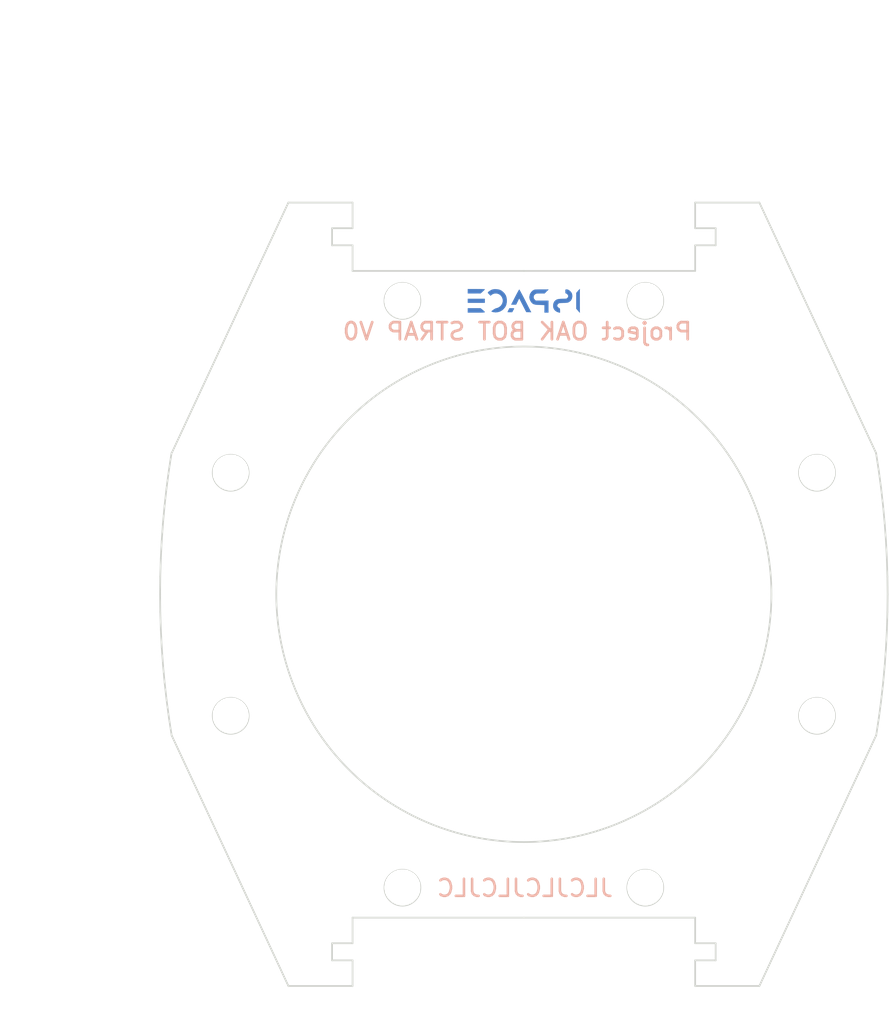
<source format=kicad_pcb>
(kicad_pcb (version 20171130) (host pcbnew "(5.1.6)-1")

  (general
    (thickness 1.6)
    (drawings 92)
    (tracks 0)
    (zones 0)
    (modules 15)
    (nets 1)
  )

  (page A4)
  (title_block
    (title "Project OAK BOT STRAP V0")
    (date 2025-07-05)
    (rev A)
    (company iSPACE)
  )

  (layers
    (0 F.Cu signal)
    (31 B.Cu signal)
    (32 B.Adhes user hide)
    (33 F.Adhes user hide)
    (34 B.Paste user hide)
    (35 F.Paste user hide)
    (36 B.SilkS user)
    (37 F.SilkS user)
    (38 B.Mask user)
    (39 F.Mask user hide)
    (40 Dwgs.User user hide)
    (41 Cmts.User user hide)
    (42 Eco1.User user)
    (43 Eco2.User user)
    (44 Edge.Cuts user)
    (45 Margin user)
    (46 B.CrtYd user hide)
    (47 F.CrtYd user hide)
    (48 B.Fab user hide)
    (49 F.Fab user hide)
  )

  (setup
    (last_trace_width 0.25)
    (user_trace_width 0.142)
    (user_trace_width 0.142)
    (user_trace_width 0.142)
    (user_trace_width 0.142)
    (user_trace_width 0.2)
    (user_trace_width 0.2)
    (user_trace_width 0.2)
    (user_trace_width 0.2)
    (trace_clearance 0.2)
    (zone_clearance 0.508)
    (zone_45_only no)
    (trace_min 0.2)
    (via_size 0.6)
    (via_drill 0.4)
    (via_min_size 0.4)
    (via_min_drill 0.3)
    (user_via 0.5 0.3)
    (user_via 0.5 0.3)
    (user_via 0.5 0.3)
    (user_via 0.5 0.3)
    (uvia_size 0.3)
    (uvia_drill 0.1)
    (uvias_allowed no)
    (uvia_min_size 0.2)
    (uvia_min_drill 0.1)
    (edge_width 0.15)
    (segment_width 0.2)
    (pcb_text_width 0.3)
    (pcb_text_size 1.5 1.5)
    (mod_edge_width 0.15)
    (mod_text_size 1 1)
    (mod_text_width 0.15)
    (pad_size 1.524 1.524)
    (pad_drill 0.762)
    (pad_to_mask_clearance 0.2)
    (aux_axis_origin 0 0)
    (grid_origin 70.4596 93.472)
    (visible_elements 7FFFFFFF)
    (pcbplotparams
      (layerselection 0x010f0_ffffffff)
      (usegerberextensions false)
      (usegerberattributes true)
      (usegerberadvancedattributes true)
      (creategerberjobfile true)
      (excludeedgelayer true)
      (linewidth 0.100000)
      (plotframeref false)
      (viasonmask false)
      (mode 1)
      (useauxorigin false)
      (hpglpennumber 1)
      (hpglpenspeed 20)
      (hpglpendiameter 15.000000)
      (psnegative false)
      (psa4output false)
      (plotreference true)
      (plotvalue true)
      (plotinvisibletext false)
      (padsonsilk false)
      (subtractmaskfromsilk false)
      (outputformat 1)
      (mirror false)
      (drillshape 0)
      (scaleselection 1)
      (outputdirectory "Project_OAK_BOT_STRAP_Gerber/"))
  )

  (net 0 "")

  (net_class Default "This is the default net class."
    (clearance 0.2)
    (trace_width 0.25)
    (via_dia 0.6)
    (via_drill 0.4)
    (uvia_dia 0.3)
    (uvia_drill 0.1)
  )

  (module MountingHole:MountingHole_2.1mm locked (layer F.Cu) (tedit 669FEB46) (tstamp 669FFFE0)
    (at 87.63 86.36)
    (descr "Mounting Hole 2.1mm, no annular")
    (tags "mounting hole 2.1mm no annular")
    (attr virtual)
    (fp_text reference REF** (at -3.556 -0.2794) (layer F.SilkS) hide
      (effects (font (size 1 1) (thickness 0.15)))
    )
    (fp_text value MountingHole_2.1mm (at 0 3.2) (layer F.Fab) hide
      (effects (font (size 1 1) (thickness 0.15)))
    )
    (fp_text user %R (at 0.3 0) (layer F.Fab)
      (effects (font (size 1 1) (thickness 0.15)))
    )
    (pad "" np_thru_hole circle (at 0 0) (size 2.1 2.1) (drill 2.1) (layers *.Cu *.Mask))
  )

  (module MountingHole:MountingHole_2.1mm locked (layer F.Cu) (tedit 669FEB46) (tstamp 669FFF7A)
    (at 87.63 100.584)
    (descr "Mounting Hole 2.1mm, no annular")
    (tags "mounting hole 2.1mm no annular")
    (attr virtual)
    (fp_text reference REF** (at -3.556 -0.2794) (layer F.SilkS) hide
      (effects (font (size 1 1) (thickness 0.15)))
    )
    (fp_text value MountingHole_2.1mm (at 0 3.2) (layer F.Fab) hide
      (effects (font (size 1 1) (thickness 0.15)))
    )
    (fp_text user %R (at 0.3 0) (layer F.Fab)
      (effects (font (size 1 1) (thickness 0.15)))
    )
    (pad "" np_thru_hole circle (at 0 0) (size 2.1 2.1) (drill 2.1) (layers *.Cu *.Mask))
  )

  (module MountingHole:MountingHole_2.1mm locked (layer F.Cu) (tedit 669FEB46) (tstamp 669FFF15)
    (at 77.5716 110.6424)
    (descr "Mounting Hole 2.1mm, no annular")
    (tags "mounting hole 2.1mm no annular")
    (attr virtual)
    (fp_text reference REF** (at -3.556 -0.2794) (layer F.SilkS) hide
      (effects (font (size 1 1) (thickness 0.15)))
    )
    (fp_text value MountingHole_2.1mm (at 0 3.2) (layer F.Fab) hide
      (effects (font (size 1 1) (thickness 0.15)))
    )
    (fp_text user %R (at 0.3 0) (layer F.Fab)
      (effects (font (size 1 1) (thickness 0.15)))
    )
    (pad "" np_thru_hole circle (at 0 0) (size 2.1 2.1) (drill 2.1) (layers *.Cu *.Mask))
  )

  (module MountingHole:MountingHole_2.1mm locked (layer F.Cu) (tedit 669FEB46) (tstamp 669FFE63)
    (at 63.3476 110.6424)
    (descr "Mounting Hole 2.1mm, no annular")
    (tags "mounting hole 2.1mm no annular")
    (attr virtual)
    (fp_text reference REF** (at -3.556 -0.2794) (layer F.SilkS) hide
      (effects (font (size 1 1) (thickness 0.15)))
    )
    (fp_text value MountingHole_2.1mm (at 0 3.2) (layer F.Fab) hide
      (effects (font (size 1 1) (thickness 0.15)))
    )
    (fp_text user %R (at 0.3 0) (layer F.Fab)
      (effects (font (size 1 1) (thickness 0.15)))
    )
    (pad "" np_thru_hole circle (at 0 0) (size 2.1 2.1) (drill 2.1) (layers *.Cu *.Mask))
  )

  (module MountingHole:MountingHole_2.1mm locked (layer F.Cu) (tedit 669FEB46) (tstamp 669FFD72)
    (at 53.2892 100.584)
    (descr "Mounting Hole 2.1mm, no annular")
    (tags "mounting hole 2.1mm no annular")
    (attr virtual)
    (fp_text reference REF** (at -3.556 -0.2794) (layer F.SilkS) hide
      (effects (font (size 1 1) (thickness 0.15)))
    )
    (fp_text value MountingHole_2.1mm (at 0 3.2) (layer F.Fab) hide
      (effects (font (size 1 1) (thickness 0.15)))
    )
    (fp_text user %R (at 0.3 0) (layer F.Fab)
      (effects (font (size 1 1) (thickness 0.15)))
    )
    (pad "" np_thru_hole circle (at 0 0) (size 2.1 2.1) (drill 2.1) (layers *.Cu *.Mask))
  )

  (module MountingHole:MountingHole_2.1mm locked (layer F.Cu) (tedit 669FEB46) (tstamp 669FFC7E)
    (at 53.2892 86.36)
    (descr "Mounting Hole 2.1mm, no annular")
    (tags "mounting hole 2.1mm no annular")
    (attr virtual)
    (fp_text reference REF** (at -3.556 -0.2794) (layer F.SilkS) hide
      (effects (font (size 1 1) (thickness 0.15)))
    )
    (fp_text value MountingHole_2.1mm (at 0 3.2) (layer F.Fab) hide
      (effects (font (size 1 1) (thickness 0.15)))
    )
    (fp_text user %R (at 0.3 0) (layer F.Fab)
      (effects (font (size 1 1) (thickness 0.15)))
    )
    (pad "" np_thru_hole circle (at 0 0) (size 2.1 2.1) (drill 2.1) (layers *.Cu *.Mask))
  )

  (module MountingHole:MountingHole_2.1mm locked (layer F.Cu) (tedit 669FEB46) (tstamp 669FFB63)
    (at 63.3476 76.3016)
    (descr "Mounting Hole 2.1mm, no annular")
    (tags "mounting hole 2.1mm no annular")
    (attr virtual)
    (fp_text reference REF** (at -3.556 -0.2794) (layer F.SilkS) hide
      (effects (font (size 1 1) (thickness 0.15)))
    )
    (fp_text value MountingHole_2.1mm (at 0 3.2) (layer F.Fab) hide
      (effects (font (size 1 1) (thickness 0.15)))
    )
    (fp_text user %R (at 0.3 0) (layer F.Fab)
      (effects (font (size 1 1) (thickness 0.15)))
    )
    (pad "" np_thru_hole circle (at 0 0) (size 2.1 2.1) (drill 2.1) (layers *.Cu *.Mask))
  )

  (module MountingHole:MountingHole_2.1mm locked (layer F.Cu) (tedit 669FEB46) (tstamp 669FF359)
    (at 77.5716 76.3016)
    (descr "Mounting Hole 2.1mm, no annular")
    (tags "mounting hole 2.1mm no annular")
    (attr virtual)
    (fp_text reference REF** (at -3.556 -0.2794) (layer F.SilkS) hide
      (effects (font (size 1 1) (thickness 0.15)))
    )
    (fp_text value MountingHole_2.1mm (at 0 3.2) (layer F.Fab) hide
      (effects (font (size 1 1) (thickness 0.15)))
    )
    (fp_text user %R (at 0.3 0) (layer F.Fab)
      (effects (font (size 1 1) (thickness 0.15)))
    )
    (pad "" np_thru_hole circle (at 0 0) (size 2.1 2.1) (drill 2.1) (layers *.Cu *.Mask))
  )

  (module LOGO (layer B.Cu) (tedit 0) (tstamp 0)
    (at 70.4596 76.3778 180)
    (fp_text reference G*** (at 0 0) (layer B.SilkS) hide
      (effects (font (size 1.524 1.524) (thickness 0.3)) (justify mirror))
    )
    (fp_text value LOGO (at 0.75 0) (layer B.SilkS) hide
      (effects (font (size 1.524 1.524) (thickness 0.3)) (justify mirror))
    )
  )

  (module LOGO (layer B.Cu) (tedit 0) (tstamp 0)
    (at 70.4596 76.3778 180)
    (fp_text reference G*** (at 0 0) (layer B.SilkS) hide
      (effects (font (size 1.524 1.524) (thickness 0.3)) (justify mirror))
    )
    (fp_text value LOGO (at 0.75 0) (layer B.SilkS) hide
      (effects (font (size 1.524 1.524) (thickness 0.3)) (justify mirror))
    )
  )

  (module LOGO (layer B.Cu) (tedit 0) (tstamp 0)
    (at 70.4596 76.3016 180)
    (fp_text reference G*** (at 0 0) (layer B.SilkS) hide
      (effects (font (size 1.524 1.524) (thickness 0.3)) (justify mirror))
    )
    (fp_text value LOGO (at 0.75 0) (layer B.SilkS) hide
      (effects (font (size 1.524 1.524) (thickness 0.3)) (justify mirror))
    )
    (fp_poly (pts (xy 3.280833 0.402167) (xy 2.513822 0.402167) (xy 2.362869 0.549979) (xy 2.211917 0.69779)
      (xy 3.280833 0.6985) (xy 3.280833 0.402167)) (layer B.Mask) (width 0.01))
    (fp_poly (pts (xy 3.280833 -0.169333) (xy 2.264833 -0.169333) (xy 2.264833 0.148167) (xy 3.280833 0.148167)
      (xy 3.280833 -0.169333)) (layer B.Mask) (width 0.01))
    (fp_poly (pts (xy 3.280833 -0.719666) (xy 2.772833 -0.719666) (xy 2.613266 -0.719502) (xy 2.49107 -0.718755)
      (xy 2.401283 -0.717041) (xy 2.338944 -0.71398) (xy 2.299092 -0.709188) (xy 2.276763 -0.702282)
      (xy 2.266998 -0.692881) (xy 2.264833 -0.680602) (xy 2.264833 -0.680507) (xy 2.28002 -0.648671)
      (xy 2.320224 -0.59988) (xy 2.377411 -0.543633) (xy 2.390162 -0.53234) (xy 2.515491 -0.423333)
      (xy 3.280833 -0.423333) (xy 3.280833 -0.719666)) (layer B.Mask) (width 0.01))
    (fp_poly (pts (xy 1.812043 0.680165) (xy 1.952642 0.624404) (xy 2.057679 0.550019) (xy 2.148417 0.468486)
      (xy 2.048784 0.367723) (xy 1.994943 0.314792) (xy 1.960976 0.288289) (xy 1.937703 0.283854)
      (xy 1.915943 0.297124) (xy 1.910426 0.302006) (xy 1.835338 0.350533) (xy 1.739733 0.386513)
      (xy 1.645169 0.402043) (xy 1.637196 0.402167) (xy 1.526736 0.382303) (xy 1.422452 0.32777)
      (xy 1.333036 0.246159) (xy 1.267181 0.145059) (xy 1.236784 0.05255) (xy 1.23657 -0.056745)
      (xy 1.27238 -0.164122) (xy 1.338352 -0.261504) (xy 1.428628 -0.34082) (xy 1.537347 -0.393996)
      (xy 1.566944 -0.402313) (xy 1.626214 -0.423115) (xy 1.699359 -0.458062) (xy 1.776946 -0.501363)
      (xy 1.849543 -0.547229) (xy 1.907718 -0.589869) (xy 1.942039 -0.623493) (xy 1.947333 -0.635816)
      (xy 1.928315 -0.653593) (xy 1.879102 -0.673829) (xy 1.811457 -0.693348) (xy 1.737142 -0.708977)
      (xy 1.667919 -0.717542) (xy 1.641866 -0.71825) (xy 1.561558 -0.710255) (xy 1.479474 -0.692596)
      (xy 1.471083 -0.690058) (xy 1.356503 -0.645969) (xy 1.264672 -0.58935) (xy 1.177415 -0.508426)
      (xy 1.157828 -0.487083) (xy 1.071813 -0.371268) (xy 1.016912 -0.245695) (xy 0.989673 -0.100409)
      (xy 0.985169 0.010584) (xy 1.004147 0.187333) (xy 1.059133 0.342921) (xy 1.149077 0.475597)
      (xy 1.272925 0.583608) (xy 1.35937 0.634009) (xy 1.506927 0.685987) (xy 1.660645 0.701031)
      (xy 1.812043 0.680165)) (layer B.Mask) (width 0.01))
    (fp_poly (pts (xy 0.92679 -0.561317) (xy 0.959971 -0.629906) (xy 0.984194 -0.682457) (xy 0.994716 -0.708646)
      (xy 0.994833 -0.709484) (xy 0.975418 -0.714415) (xy 0.924172 -0.718031) (xy 0.851591 -0.719641)
      (xy 0.840626 -0.719666) (xy 0.686419 -0.719666) (xy 0.618376 -0.581682) (xy 0.585195 -0.513093)
      (xy 0.560973 -0.460542) (xy 0.550451 -0.434353) (xy 0.550333 -0.433515) (xy 0.569748 -0.428584)
      (xy 0.620994 -0.424968) (xy 0.693575 -0.423358) (xy 0.70454 -0.423333) (xy 0.858747 -0.423333)
      (xy 0.92679 -0.561317)) (layer B.Mask) (width 0.01))
    (fp_poly (pts (xy 0.28662 0.668673) (xy 0.290775 0.66401) (xy 0.307408 0.635863) (xy 0.33893 0.577543)
      (xy 0.382102 0.495427) (xy 0.433687 0.395887) (xy 0.490446 0.285298) (xy 0.54914 0.170035)
      (xy 0.606532 0.056472) (xy 0.659382 -0.049017) (xy 0.704454 -0.140058) (xy 0.738507 -0.210276)
      (xy 0.758305 -0.253296) (xy 0.762 -0.263547) (xy 0.742587 -0.269176) (xy 0.691349 -0.273304)
      (xy 0.618789 -0.275138) (xy 0.607967 -0.275166) (xy 0.453934 -0.275166) (xy 0.271826 0.092024)
      (xy 0.176158 -0.086279) (xy 0.125098 -0.182768) (xy 0.064239 -0.299764) (xy 0.002601 -0.419853)
      (xy -0.034016 -0.492125) (xy -0.14852 -0.719666) (xy -0.29651 -0.719666) (xy -0.372298 -0.716872)
      (xy -0.424786 -0.709393) (xy -0.4445 -0.698581) (xy -0.4445 -0.698533) (xy -0.435172 -0.675463)
      (xy -0.40862 -0.619084) (xy -0.366992 -0.533726) (xy -0.312436 -0.423722) (xy -0.247101 -0.293402)
      (xy -0.173135 -0.147098) (xy -0.092686 0.01086) (xy -0.09154 0.013101) (xy 0.000637 0.193048)
      (xy 0.075736 0.33849) (xy 0.1357 0.452739) (xy 0.182476 0.539108) (xy 0.218008 0.600908)
      (xy 0.244244 0.641452) (xy 0.263127 0.664053) (xy 0.276604 0.672023) (xy 0.28662 0.668673)) (layer B.Mask) (width 0.01))
    (fp_poly (pts (xy -1.077227 0.694804) (xy -0.930814 0.692251) (xy -0.820062 0.689399) (xy -0.738299 0.685489)
      (xy -0.678855 0.679763) (xy -0.635059 0.671462) (xy -0.600241 0.659828) (xy -0.56773 0.644103)
      (xy -0.551201 0.635) (xy -0.452247 0.556726) (xy -0.379417 0.452777) (xy -0.334113 0.331848)
      (xy -0.317739 0.202629) (xy -0.331697 0.073812) (xy -0.377391 -0.045909) (xy -0.429334 -0.120017)
      (xy -0.489269 -0.179929) (xy -0.552875 -0.222612) (xy -0.628688 -0.250724) (xy -0.725245 -0.266924)
      (xy -0.851082 -0.27387) (xy -0.926042 -0.274701) (xy -1.185333 -0.275166) (xy -1.185333 -0.719666)
      (xy -1.439333 -0.719666) (xy -1.439333 0.021167) (xy -1.088058 0.021167) (xy -0.937388 0.022454)
      (xy -0.823025 0.027387) (xy -0.738991 0.037572) (xy -0.67931 0.054615) (xy -0.638004 0.080125)
      (xy -0.609096 0.115706) (xy -0.589793 0.155106) (xy -0.574913 0.209715) (xy -0.586564 0.25728)
      (xy -0.594616 0.27278) (xy -0.634718 0.325384) (xy -0.691695 0.362615) (xy -0.771938 0.386474)
      (xy -0.881834 0.398962) (xy -1.007627 0.402134) (xy -1.24267 0.402167) (xy -1.37577 0.551929)
      (xy -1.50887 0.701689) (xy -1.077227 0.694804)) (layer B.Mask) (width 0.01))
    (fp_poly (pts (xy -2.434167 0.552025) (xy -2.435931 0.47029) (xy -2.442624 0.421477) (xy -2.456346 0.396271)
      (xy -2.471208 0.387702) (xy -2.540574 0.347755) (xy -2.575779 0.294138) (xy -2.574756 0.234951)
      (xy -2.535437 0.178294) (xy -2.526562 0.17087) (xy -2.496363 0.151071) (xy -2.459901 0.138226)
      (xy -2.407775 0.130896) (xy -2.330588 0.12764) (xy -2.240132 0.127) (xy -2.108374 0.124157)
      (xy -2.009565 0.113751) (xy -1.934587 0.092973) (xy -1.874325 0.059012) (xy -1.819661 0.009056)
      (xy -1.805018 -0.007152) (xy -1.73479 -0.11818) (xy -1.701742 -0.245938) (xy -1.703898 -0.359694)
      (xy -1.739308 -0.482939) (xy -1.805427 -0.586362) (xy -1.89615 -0.663569) (xy -2.00537 -0.708168)
      (xy -2.042719 -0.714451) (xy -2.137833 -0.725172) (xy -2.137833 -0.574252) (xy -2.136731 -0.495518)
      (xy -2.131746 -0.450117) (xy -2.12036 -0.429074) (xy -2.100054 -0.423412) (xy -2.0955 -0.423333)
      (xy -2.049422 -0.408967) (xy -2.010833 -0.381) (xy -1.979121 -0.334921) (xy -1.9685 -0.296333)
      (xy -1.982866 -0.250254) (xy -2.010833 -0.211666) (xy -2.035529 -0.19212) (xy -2.068617 -0.179614)
      (xy -2.119298 -0.172639) (xy -2.196776 -0.16969) (xy -2.270125 -0.169215) (xy -2.372353 -0.166848)
      (xy -2.468274 -0.16059) (xy -2.543796 -0.151538) (xy -2.57175 -0.145707) (xy -2.670618 -0.097726)
      (xy -2.754584 -0.017178) (xy -2.815528 0.086718) (xy -2.837575 0.156031) (xy -2.850045 0.293766)
      (xy -2.82641 0.420037) (xy -2.770148 0.52913) (xy -2.684736 0.615332) (xy -2.573651 0.672928)
      (xy -2.513542 0.688496) (xy -2.434167 0.703211) (xy -2.434167 0.552025)) (layer B.Mask) (width 0.01))
    (fp_poly (pts (xy -3.174039 0.593928) (xy -3.069167 0.478772) (xy -3.069167 -0.499937) (xy -3.174039 -0.615093)
      (xy -3.278912 -0.73025) (xy -3.278912 0.709083) (xy -3.174039 0.593928)) (layer B.Mask) (width 0.01))
  )

  (module LOGO (layer B.Cu) (tedit 0) (tstamp 0)
    (at 70.4596 76.3778 180)
    (fp_text reference G*** (at 0 0) (layer B.SilkS) hide
      (effects (font (size 1.524 1.524) (thickness 0.3)) (justify mirror))
    )
    (fp_text value LOGO (at 0.75 0) (layer B.SilkS) hide
      (effects (font (size 1.524 1.524) (thickness 0.3)) (justify mirror))
    )
  )

  (module LOGO (layer B.Cu) (tedit 0) (tstamp 0)
    (at 70.4596 76.3778 180)
    (fp_text reference G*** (at 0 0) (layer B.SilkS) hide
      (effects (font (size 1.524 1.524) (thickness 0.3)) (justify mirror))
    )
    (fp_text value LOGO (at 0.75 0) (layer B.SilkS) hide
      (effects (font (size 1.524 1.524) (thickness 0.3)) (justify mirror))
    )
  )

  (module LOGO (layer B.Cu) (tedit 0) (tstamp 0)
    (at 70.4596 76.3016 180)
    (fp_text reference G*** (at 0 0) (layer B.SilkS) hide
      (effects (font (size 1.524 1.524) (thickness 0.3)) (justify mirror))
    )
    (fp_text value LOGO (at 0.75 0) (layer B.SilkS) hide
      (effects (font (size 1.524 1.524) (thickness 0.3)) (justify mirror))
    )
    (fp_poly (pts (xy 3.280833 0.423334) (xy 2.529417 0.424984) (xy 2.40742 0.535284) (xy 2.349687 0.589418)
      (xy 2.306789 0.633333) (xy 2.286411 0.659062) (xy 2.285712 0.661459) (xy 2.305987 0.665928)
      (xy 2.362745 0.669911) (xy 2.450135 0.67322) (xy 2.562307 0.675669) (xy 2.693412 0.677072)
      (xy 2.783417 0.677334) (xy 3.280833 0.677334) (xy 3.280833 0.423334)) (layer B.Cu) (width 0.01))
    (fp_poly (pts (xy 3.280833 -0.127) (xy 2.286 -0.127) (xy 2.286 0.105834) (xy 3.280833 0.105834)
      (xy 3.280833 -0.127)) (layer B.Cu) (width 0.01))
    (fp_poly (pts (xy 0.899227 -0.549629) (xy 0.928497 -0.609261) (xy 0.947847 -0.652264) (xy 0.9525 -0.666046)
      (xy 0.933212 -0.671857) (xy 0.882849 -0.675932) (xy 0.81828 -0.677333) (xy 0.684061 -0.677333)
      (xy 0.62778 -0.573927) (xy 0.596808 -0.514859) (xy 0.576367 -0.471729) (xy 0.5715 -0.45751)
      (xy 0.590807 -0.450876) (xy 0.641313 -0.446189) (xy 0.708727 -0.4445) (xy 0.845953 -0.4445)
      (xy 0.899227 -0.549629)) (layer B.Cu) (width 0.01))
    (fp_poly (pts (xy 0.281861 0.633073) (xy 0.312312 0.583928) (xy 0.355983 0.50723) (xy 0.409992 0.408121)
      (xy 0.471459 0.291744) (xy 0.513113 0.211101) (xy 0.740475 -0.232833) (xy 0.453934 -0.232833)
      (xy 0.271564 0.134887) (xy 0.066208 -0.265931) (xy -0.139148 -0.66675) (xy -0.427838 -0.67937)
      (xy -0.089283 -0.017681) (xy -0.010004 0.136438) (xy 0.063708 0.278145) (xy 0.129541 0.403123)
      (xy 0.185188 0.507054) (xy 0.228338 0.585619) (xy 0.256684 0.6345) (xy 0.267511 0.649521)
      (xy 0.281861 0.633073)) (layer B.Cu) (width 0.01))
    (fp_poly (pts (xy 3.280833 -0.6985) (xy 2.783417 -0.6985) (xy 2.617896 -0.697992) (xy 2.490734 -0.696327)
      (xy 2.397967 -0.693295) (xy 2.335632 -0.688685) (xy 2.299765 -0.682286) (xy 2.286401 -0.673887)
      (xy 2.286079 -0.672041) (xy 2.30158 -0.646808) (xy 2.342464 -0.604411) (xy 2.400426 -0.553322)
      (xy 2.410564 -0.545041) (xy 2.534971 -0.4445) (xy 3.280833 -0.4445) (xy 3.280833 -0.6985)) (layer B.Cu) (width 0.01))
    (fp_poly (pts (xy 1.745571 0.665007) (xy 1.813035 0.657643) (xy 1.868548 0.641462) (xy 1.927266 0.613264)
      (xy 1.941576 0.605432) (xy 2.008506 0.565021) (xy 2.064243 0.525573) (xy 2.088539 0.503998)
      (xy 2.106904 0.47969) (xy 2.107299 0.457236) (xy 2.085546 0.42629) (xy 2.037464 0.376504)
      (xy 1.948664 0.287704) (xy 1.900374 0.332942) (xy 1.808648 0.391714) (xy 1.698084 0.420836)
      (xy 1.581166 0.419137) (xy 1.470381 0.385443) (xy 1.450797 0.375181) (xy 1.347679 0.294588)
      (xy 1.27616 0.192206) (xy 1.237519 0.07579) (xy 1.233037 -0.046904) (xy 1.263994 -0.16812)
      (xy 1.33167 -0.280104) (xy 1.340851 -0.290888) (xy 1.406324 -0.350138) (xy 1.486121 -0.400961)
      (xy 1.564999 -0.434845) (xy 1.61512 -0.444035) (xy 1.651056 -0.455103) (xy 1.704523 -0.483157)
      (xy 1.76552 -0.52134) (xy 1.824043 -0.562798) (xy 1.870092 -0.600675) (xy 1.893663 -0.628113)
      (xy 1.894211 -0.635333) (xy 1.879919 -0.646728) (xy 1.847254 -0.657433) (xy 1.78863 -0.669266)
      (xy 1.696464 -0.684051) (xy 1.68275 -0.686116) (xy 1.636459 -0.686633) (xy 1.569906 -0.68045)
      (xy 1.542172 -0.676397) (xy 1.401283 -0.637579) (xy 1.276537 -0.567115) (xy 1.183074 -0.486193)
      (xy 1.087205 -0.366948) (xy 1.026693 -0.232912) (xy 0.999489 -0.078339) (xy 0.998513 0.03175)
      (xy 1.016423 0.182869) (xy 1.058926 0.308223) (xy 1.131001 0.419563) (xy 1.190335 0.484353)
      (xy 1.292335 0.571976) (xy 1.394768 0.628165) (xy 1.510588 0.658046) (xy 1.651 0.66675)
      (xy 1.745571 0.665007)) (layer B.Cu) (width 0.01))
    (fp_poly (pts (xy -0.916445 0.654957) (xy -0.794904 0.651561) (xy -0.696156 0.646328) (xy -0.627285 0.639607)
      (xy -0.599336 0.63374) (xy -0.510758 0.581269) (xy -0.43014 0.499195) (xy -0.368433 0.400144)
      (xy -0.346235 0.342013) (xy -0.324134 0.20512) (xy -0.342147 0.078179) (xy -0.401241 -0.044957)
      (xy -0.408668 -0.056153) (xy -0.46055 -0.124142) (xy -0.515534 -0.173981) (xy -0.581399 -0.20859)
      (xy -0.665926 -0.230891) (xy -0.776897 -0.243804) (xy -0.922091 -0.250249) (xy -0.926042 -0.250348)
      (xy -1.2065 -0.257279) (xy -1.2065 -0.6985) (xy -1.439333 -0.6985) (xy -1.439333 0)
      (xy -0.695244 0) (xy -0.633372 0.061872) (xy -0.58812 0.120779) (xy -0.572548 0.185754)
      (xy -0.572173 0.204747) (xy -0.581734 0.279257) (xy -0.614771 0.335758) (xy -0.676752 0.387264)
      (xy -0.70935 0.403746) (xy -0.755668 0.414541) (xy -0.824087 0.420666) (xy -0.922992 0.423139)
      (xy -0.973808 0.423334) (xy -1.21853 0.423334) (xy -1.3335 0.53975) (xy -1.448471 0.656167)
      (xy -1.053697 0.656167) (xy -0.916445 0.654957)) (layer B.Cu) (width 0.01))
    (fp_poly (pts (xy -2.461962 0.654316) (xy -2.442655 0.641816) (xy -2.435326 0.608244) (xy -2.434167 0.543181)
      (xy -2.434167 0.53975) (xy -2.436869 0.470074) (xy -2.446549 0.434077) (xy -2.465567 0.423357)
      (xy -2.466879 0.423334) (xy -2.512004 0.405685) (xy -2.558075 0.362427) (xy -2.592589 0.308086)
      (xy -2.6035 0.264584) (xy -2.588825 0.211807) (xy -2.553334 0.159609) (xy -2.551546 0.157788)
      (xy -2.526299 0.135165) (xy -2.4986 0.120248) (xy -2.459462 0.111418) (xy -2.399895 0.107058)
      (xy -2.310914 0.105547) (xy -2.260504 0.105369) (xy -2.115805 0.100891) (xy -2.004761 0.086305)
      (xy -1.919349 0.058925) (xy -1.851545 0.016065) (xy -1.793326 -0.044961) (xy -1.786968 -0.053153)
      (xy -1.737039 -0.150338) (xy -1.714993 -0.265518) (xy -1.721929 -0.383906) (xy -1.755012 -0.483262)
      (xy -1.823728 -0.575141) (xy -1.920097 -0.646479) (xy -2.030861 -0.68762) (xy -2.037292 -0.688849)
      (xy -2.116667 -0.703211) (xy -2.116209 -0.579147) (xy -2.114481 -0.508818) (xy -2.106177 -0.467954)
      (xy -2.085621 -0.443695) (xy -2.047461 -0.423333) (xy -1.982443 -0.375893) (xy -1.953808 -0.3151)
      (xy -1.963871 -0.248256) (xy -1.982182 -0.217419) (xy -2.012482 -0.183008) (xy -2.048573 -0.159009)
      (xy -2.098417 -0.143498) (xy -2.169972 -0.134552) (xy -2.271198 -0.130247) (xy -2.347641 -0.129109)
      (xy -2.452168 -0.126921) (xy -2.52563 -0.121432) (xy -2.579275 -0.110706) (xy -2.624349 -0.092802)
      (xy -2.654785 -0.076158) (xy -2.748851 0.001861) (xy -2.809438 0.105054) (xy -2.835387 0.231255)
      (xy -2.836333 0.263225) (xy -2.825736 0.376581) (xy -2.790067 0.466306) (xy -2.723508 0.54647)
      (xy -2.716515 0.553039) (xy -2.634002 0.617734) (xy -2.557461 0.649909) (xy -2.499058 0.656167)
      (xy -2.461962 0.654316)) (layer B.Cu) (width 0.01))
    (fp_poly (pts (xy -3.175 0.5715) (xy -3.070514 0.455084) (xy -3.071 -0.47625) (xy -3.175683 -0.592666)
      (xy -3.280366 -0.709083) (xy -3.279486 0.687917) (xy -3.175 0.5715)) (layer B.Cu) (width 0.01))
  )

  (module LOGO (layer B.Cu) (tedit 0) (tstamp 0)
    (at 70.4596 76.3778 180)
    (fp_text reference G*** (at 0 0) (layer B.SilkS) hide
      (effects (font (size 1.524 1.524) (thickness 0.3)) (justify mirror))
    )
    (fp_text value LOGO (at 0.75 0) (layer B.SilkS) hide
      (effects (font (size 1.524 1.524) (thickness 0.3)) (justify mirror))
    )
  )

  (gr_line (start 63.3476 76.3016) (end 77.5716 76.3016) (layer Dwgs.User) (width 0.05))
  (gr_line (start 70.459601 112.4096) (end 80.4926 112.4096) (layer Edge.Cuts) (width 0.1))
  (gr_line (start 60.426601 112.4096) (end 70.459601 112.4096) (layer Edge.Cuts) (width 0.1))
  (gr_line (start 60.426683 113.909599) (end 60.426601 112.4096) (layer Edge.Cuts) (width 0.1))
  (gr_line (start 59.22671 113.909599) (end 60.426683 113.909599) (layer Edge.Cuts) (width 0.1))
  (gr_line (start 80.4926 112.4096) (end 80.4926 113.909599) (layer Edge.Cuts) (width 0.1))
  (gr_circle (center 63.347601 110.657) (end 64.397601 110.657) (layer Edge.Cuts) (width 0.1))
  (gr_circle (center 77.5716 76.3162) (end 78.6216 76.3162) (layer Edge.Cuts) (width 0.1))
  (gr_circle (center 63.347601 76.3162) (end 64.397601 76.3162) (layer Edge.Cuts) (width 0.1))
  (gr_line (start 59.226601 73.0636) (end 59.226601 72.0636) (layer Edge.Cuts) (width 0.1))
  (gr_line (start 49.1975 95.558508) (end 49.2505 96.593208) (layer Edge.Cuts) (width 0.1))
  (gr_line (start 49.5354 99.690308) (end 49.672299 100.719308) (layer Edge.Cuts) (width 0.1))
  (gr_line (start 49.529099 87.284108) (end 49.414199 88.315108) (layer Edge.Cuts) (width 0.1))
  (gr_line (start 60.426601 70.5636) (end 56.667121 70.5636) (layer Edge.Cuts) (width 0.1))
  (gr_line (start 49.6651 86.255108) (end 49.529099 87.284108) (layer Edge.Cuts) (width 0.1))
  (gr_line (start 49.419499 98.659408) (end 49.5354 99.690308) (layer Edge.Cuts) (width 0.1))
  (gr_line (start 49.164399 92.451708) (end 49.1545 93.487408) (layer Edge.Cuts) (width 0.1))
  (gr_line (start 59.22671 114.909599) (end 59.22671 113.909599) (layer Edge.Cuts) (width 0.1))
  (gr_line (start 60.426738 114.909599) (end 59.22671 114.909599) (layer Edge.Cuts) (width 0.1))
  (gr_line (start 60.42682 116.409599) (end 60.426738 114.909599) (layer Edge.Cuts) (width 0.1))
  (gr_line (start 49.861 85.163808) (end 49.822 85.228208) (layer Edge.Cuts) (width 0.1))
  (gr_line (start 56.668006 116.409599) (end 60.42682 116.409599) (layer Edge.Cuts) (width 0.1))
  (gr_line (start 49.822 85.228208) (end 49.6651 86.255108) (layer Edge.Cuts) (width 0.1))
  (gr_line (start 49.165499 94.523107) (end 49.1975 95.558508) (layer Edge.Cuts) (width 0.1))
  (gr_line (start 49.2473 90.381508) (end 49.195399 91.416308) (layer Edge.Cuts) (width 0.1))
  (gr_line (start 49.414199 88.315108) (end 49.3203 89.347708) (layer Edge.Cuts) (width 0.1))
  (gr_line (start 60.426601 72.0636) (end 60.426601 70.5636) (layer Edge.Cuts) (width 0.1))
  (gr_line (start 49.8556 101.796708) (end 56.668006 116.409599) (layer Edge.Cuts) (width 0.1))
  (gr_line (start 49.324499 97.627008) (end 49.419499 98.659408) (layer Edge.Cuts) (width 0.1))
  (gr_line (start 49.672299 100.719308) (end 49.8302 101.745907) (layer Edge.Cuts) (width 0.1))
  (gr_line (start 49.2505 96.593208) (end 49.324499 97.627008) (layer Edge.Cuts) (width 0.1))
  (gr_line (start 49.1545 93.487408) (end 49.165499 94.523107) (layer Edge.Cuts) (width 0.1))
  (gr_line (start 49.8302 101.745907) (end 49.8556 101.796708) (layer Edge.Cuts) (width 0.1))
  (gr_line (start 49.195399 91.416308) (end 49.164399 92.451708) (layer Edge.Cuts) (width 0.1))
  (gr_line (start 56.667121 70.5636) (end 49.861 85.163808) (layer Edge.Cuts) (width 0.1))
  (gr_line (start 49.3203 89.347708) (end 49.2473 90.381508) (layer Edge.Cuts) (width 0.1))
  (gr_line (start 59.226601 72.0636) (end 60.426601 72.0636) (layer Edge.Cuts) (width 0.1))
  (gr_line (start 60.426601 73.0636) (end 59.226601 73.0636) (layer Edge.Cuts) (width 0.1))
  (gr_line (start 60.426601 74.5636) (end 60.426601 73.0636) (layer Edge.Cuts) (width 0.1))
  (gr_line (start 70.459601 74.5636) (end 60.426601 74.5636) (layer Edge.Cuts) (width 0.1))
  (gr_line (start 80.4926 74.5636) (end 70.459601 74.5636) (layer Edge.Cuts) (width 0.1))
  (gr_line (start 80.4926 73.0636) (end 80.4926 74.5636) (layer Edge.Cuts) (width 0.1))
  (gr_line (start 81.6926 73.0636) (end 80.4926 73.0636) (layer Edge.Cuts) (width 0.1))
  (gr_line (start 81.6926 72.0636) (end 81.6926 73.0636) (layer Edge.Cuts) (width 0.1))
  (gr_line (start 80.4926 72.0636) (end 81.6926 72.0636) (layer Edge.Cuts) (width 0.1))
  (gr_line (start 84.254461 70.5636) (end 80.4926 70.5636) (layer Edge.Cuts) (width 0.1))
  (gr_line (start 91.076261 85.193108) (end 84.254461 70.5636) (layer Edge.Cuts) (width 0.1))
  (gr_line (start 91.08806 85.224308) (end 91.076261 85.193108) (layer Edge.Cuts) (width 0.1))
  (gr_line (start 91.090061 85.228208) (end 91.08806 85.224308) (layer Edge.Cuts) (width 0.1))
  (gr_line (start 91.24796 86.254908) (end 91.090061 85.228208) (layer Edge.Cuts) (width 0.1))
  (gr_line (start 91.500661 88.314708) (end 91.384761 87.283808) (layer Edge.Cuts) (width 0.1))
  (gr_line (start 91.72216 91.415608) (end 91.669361 90.380908) (layer Edge.Cuts) (width 0.1))
  (gr_line (start 91.068791 101.798608) (end 91.09596 101.745808) (layer Edge.Cuts) (width 0.1))
  (gr_circle (center 87.63 100.5986) (end 88.68 100.5986) (layer Edge.Cuts) (width 0.1))
  (gr_line (start 80.4926 113.909599) (end 81.6926 113.909599) (layer Edge.Cuts) (width 0.1))
  (gr_line (start 91.76476 93.486708) (end 91.75396 92.451009) (layer Edge.Cuts) (width 0.1))
  (gr_circle (center 87.63 86.3746) (end 88.68 86.3746) (layer Edge.Cuts) (width 0.1))
  (gr_circle (center 70.459601 93.4866) (end 84.9596 93.4866) (layer Edge.Cuts) (width 0.1))
  (gr_line (start 81.6926 113.909599) (end 81.6926 114.9096) (layer Edge.Cuts) (width 0.1))
  (gr_line (start 91.066791 101.800608) (end 91.068791 101.798608) (layer Edge.Cuts) (width 0.1))
  (gr_line (start 91.25296 100.719008) (end 91.389061 99.689908) (layer Edge.Cuts) (width 0.1))
  (gr_line (start 91.72346 95.557807) (end 91.754661 94.522408) (layer Edge.Cuts) (width 0.1))
  (gr_line (start 91.598161 97.626408) (end 91.671361 96.592608) (layer Edge.Cuts) (width 0.1))
  (gr_line (start 91.671361 96.592608) (end 91.72346 95.557807) (layer Edge.Cuts) (width 0.1))
  (gr_line (start 81.6926 114.9096) (end 80.4926 114.9096) (layer Edge.Cuts) (width 0.1))
  (gr_line (start 91.389061 99.689908) (end 91.50406 98.659008) (layer Edge.Cuts) (width 0.1))
  (gr_circle (center 77.5716 110.657) (end 78.6216 110.657) (layer Edge.Cuts) (width 0.1))
  (gr_line (start 91.09596 101.745808) (end 91.25296 100.719008) (layer Edge.Cuts) (width 0.1))
  (gr_line (start 84.254211 116.4096) (end 91.066791 101.800608) (layer Edge.Cuts) (width 0.1))
  (gr_line (start 80.4926 116.4096) (end 84.254211 116.4096) (layer Edge.Cuts) (width 0.1))
  (gr_circle (center 53.289201 86.3746) (end 54.339201 86.3746) (layer Edge.Cuts) (width 0.1))
  (gr_line (start 91.59546 89.347209) (end 91.500661 88.314708) (layer Edge.Cuts) (width 0.1))
  (gr_line (start 91.50406 98.659008) (end 91.598161 97.626408) (layer Edge.Cuts) (width 0.1))
  (gr_line (start 80.4926 70.5636) (end 80.4926 72.0636) (layer Edge.Cuts) (width 0.1))
  (gr_circle (center 53.289201 100.5986) (end 54.339201 100.5986) (layer Edge.Cuts) (width 0.1))
  (gr_line (start 91.754661 94.522408) (end 91.76476 93.486708) (layer Edge.Cuts) (width 0.1))
  (gr_line (start 91.384761 87.283808) (end 91.24796 86.254908) (layer Edge.Cuts) (width 0.1))
  (gr_line (start 91.669361 90.380908) (end 91.59546 89.347209) (layer Edge.Cuts) (width 0.1))
  (gr_line (start 91.75396 92.451009) (end 91.72216 91.415608) (layer Edge.Cuts) (width 0.1))
  (gr_line (start 80.4926 114.9096) (end 80.4926 116.4096) (layer Edge.Cuts) (width 0.1))
  (dimension 21.336 (width 0.15) (layer Margin)
    (gr_text "21.336 mm" (at 81.1276 59.406) (layer Margin)
      (effects (font (size 1 1) (thickness 0.15)))
    )
    (feature1 (pts (xy 91.7956 93.472) (xy 91.7956 60.119579)))
    (feature2 (pts (xy 70.4596 93.472) (xy 70.4596 60.119579)))
    (crossbar (pts (xy 70.4596 60.706) (xy 91.7956 60.706)))
    (arrow1a (pts (xy 91.7956 60.706) (xy 90.669096 61.292421)))
    (arrow1b (pts (xy 91.7956 60.706) (xy 90.669096 60.119579)))
    (arrow2a (pts (xy 70.4596 60.706) (xy 71.586104 61.292421)))
    (arrow2b (pts (xy 70.4596 60.706) (xy 71.586104 60.119579)))
  )
  (gr_line (start 55.910521 72.166892) (end 49.852409 85.157992) (layer Eco1.User) (width 0.1))
  (gr_line (start 85.004701 72.165302) (end 55.910521 72.166892) (layer Eco1.User) (width 0.1))
  (dimension 29 (width 0.15) (layer Margin)
    (gr_text "29.000 mm" (at 70.4596 100.868) (layer Margin)
      (effects (font (size 1 1) (thickness 0.15)))
    )
    (feature1 (pts (xy 55.9596 93.472) (xy 55.9596 100.154421)))
    (feature2 (pts (xy 84.9596 93.472) (xy 84.9596 100.154421)))
    (crossbar (pts (xy 84.9596 99.568) (xy 55.9596 99.568)))
    (arrow1a (pts (xy 55.9596 99.568) (xy 57.086104 98.981579)))
    (arrow1b (pts (xy 55.9596 99.568) (xy 57.086104 100.154421)))
    (arrow2a (pts (xy 84.9596 99.568) (xy 83.833096 98.981579)))
    (arrow2b (pts (xy 84.9596 99.568) (xy 83.833096 100.154421)))
  )
  (dimension 30 (width 0.15) (layer Margin)
    (gr_text "30.000 mm" (at 70.4596 103.281) (layer Margin)
      (effects (font (size 1 1) (thickness 0.15)))
    )
    (feature1 (pts (xy 55.4596 93.472) (xy 55.4596 102.567421)))
    (feature2 (pts (xy 85.4596 93.472) (xy 85.4596 102.567421)))
    (crossbar (pts (xy 85.4596 101.981) (xy 55.4596 101.981)))
    (arrow1a (pts (xy 55.4596 101.981) (xy 56.586104 101.394579)))
    (arrow1b (pts (xy 55.4596 101.981) (xy 56.586104 102.567421)))
    (arrow2a (pts (xy 85.4596 101.981) (xy 84.333096 101.394579)))
    (arrow2b (pts (xy 85.4596 101.981) (xy 84.333096 102.567421)))
  )
  (gr_circle (center 70.4596 93.472) (end 85.4596 93.472) (layer Eco1.User) (width 0.15))
  (dimension 21.30516 (width 0.15) (layer Margin)
    (gr_text "21.305 mm" (at 59.807193 59.406028 -0.0002904434507) (layer Margin)
      (effects (font (size 1 1) (thickness 0.15)))
    )
    (feature1 (pts (xy 49.15444 93.471892) (xy 49.154609 60.119553)))
    (feature2 (pts (xy 70.4596 93.472) (xy 70.459769 60.119661)))
    (crossbar (pts (xy 70.459766 60.706082) (xy 49.154606 60.705974)))
    (arrow1a (pts (xy 49.154606 60.705974) (xy 50.281113 60.119559)))
    (arrow1b (pts (xy 49.154606 60.705974) (xy 50.281107 61.2924)))
    (arrow2a (pts (xy 70.459766 60.706082) (xy 69.333265 60.119656)))
    (arrow2b (pts (xy 70.459766 60.706082) (xy 69.333259 61.292497)))
  )
  (dimension 19.812 (width 0.15) (layer Margin)
    (gr_text "19.812 mm" (at 70.4596 116.997) (layer Margin)
      (effects (font (size 1 1) (thickness 0.15)))
    )
    (feature1 (pts (xy 80.3656 114.1095) (xy 80.3656 116.283421)))
    (feature2 (pts (xy 60.5536 114.1095) (xy 60.5536 116.283421)))
    (crossbar (pts (xy 60.5536 115.697) (xy 80.3656 115.697)))
    (arrow1a (pts (xy 80.3656 115.697) (xy 79.239096 116.283421)))
    (arrow1b (pts (xy 80.3656 115.697) (xy 79.239096 115.110579)))
    (arrow2a (pts (xy 60.5536 115.697) (xy 61.680104 116.283421)))
    (arrow2b (pts (xy 60.5536 115.697) (xy 61.680104 115.110579)))
  )
  (gr_text JLCJLCJLCJLC (at 70.5231 110.6805) (layer B.SilkS)
    (effects (font (size 1 1) (thickness 0.15)) (justify mirror))
  )
  (gr_text "Project OAK BOT STRAP V0" (at 70.0786 78.105) (layer B.SilkS)
    (effects (font (size 1 1) (thickness 0.16)) (justify mirror))
  )
  (dimension 29.0195 (width 0.15) (layer Margin)
    (gr_text "29.020 mm" (at 70.42785 119.282999) (layer Margin)
      (effects (font (size 1 1) (thickness 0.15)))
    )
    (feature1 (pts (xy 84.9376 114.7445) (xy 84.9376 118.56942)))
    (feature2 (pts (xy 55.9181 114.7445) (xy 55.9181 118.56942)))
    (crossbar (pts (xy 55.9181 117.982999) (xy 84.9376 117.982999)))
    (arrow1a (pts (xy 84.9376 117.982999) (xy 83.811096 118.56942)))
    (arrow1b (pts (xy 84.9376 117.982999) (xy 83.811096 117.396578)))
    (arrow2a (pts (xy 55.9181 117.982999) (xy 57.044604 118.56942)))
    (arrow2b (pts (xy 55.9181 117.982999) (xy 57.044604 117.396578)))
  )
  (dimension 42.545 (width 0.15) (layer Margin)
    (gr_text "42.545 mm" (at 43.4421 93.472 270) (layer Margin)
      (effects (font (size 1 1) (thickness 0.15)))
    )
    (feature1 (pts (xy 70.4596 114.7445) (xy 44.155679 114.7445)))
    (feature2 (pts (xy 70.4596 72.1995) (xy 44.155679 72.1995)))
    (crossbar (pts (xy 44.7421 72.1995) (xy 44.7421 114.7445)))
    (arrow1a (pts (xy 44.7421 114.7445) (xy 44.155679 113.617996)))
    (arrow1b (pts (xy 44.7421 114.7445) (xy 45.328521 113.617996)))
    (arrow2a (pts (xy 44.7421 72.1995) (xy 44.155679 73.326004)))
    (arrow2b (pts (xy 44.7421 72.1995) (xy 45.328521 73.326004)))
  )

)

</source>
